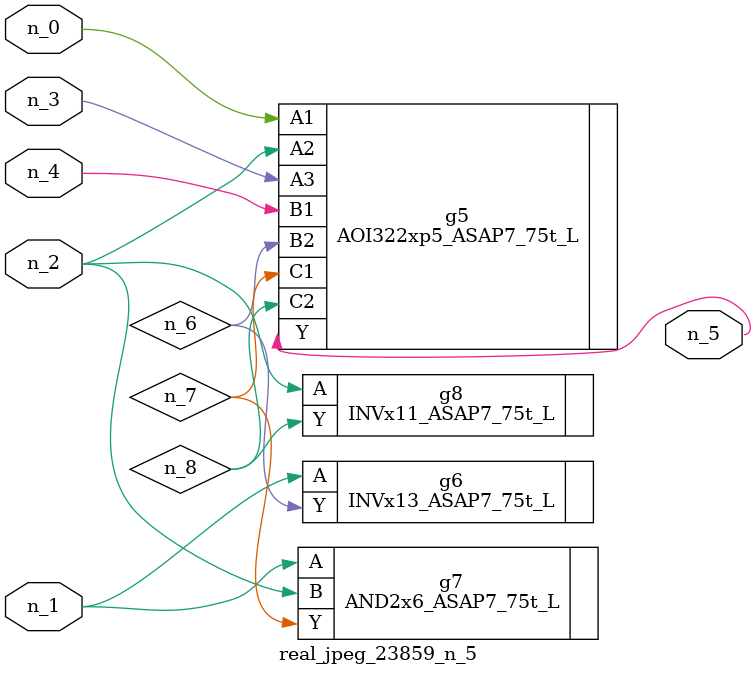
<source format=v>
module real_jpeg_23859_n_5 (n_4, n_0, n_1, n_2, n_3, n_5);

input n_4;
input n_0;
input n_1;
input n_2;
input n_3;

output n_5;

wire n_8;
wire n_6;
wire n_7;

AOI322xp5_ASAP7_75t_L g5 ( 
.A1(n_0),
.A2(n_2),
.A3(n_3),
.B1(n_4),
.B2(n_6),
.C1(n_7),
.C2(n_8),
.Y(n_5)
);

INVx13_ASAP7_75t_L g6 ( 
.A(n_1),
.Y(n_6)
);

AND2x6_ASAP7_75t_L g7 ( 
.A(n_1),
.B(n_2),
.Y(n_7)
);

INVx11_ASAP7_75t_L g8 ( 
.A(n_2),
.Y(n_8)
);


endmodule
</source>
